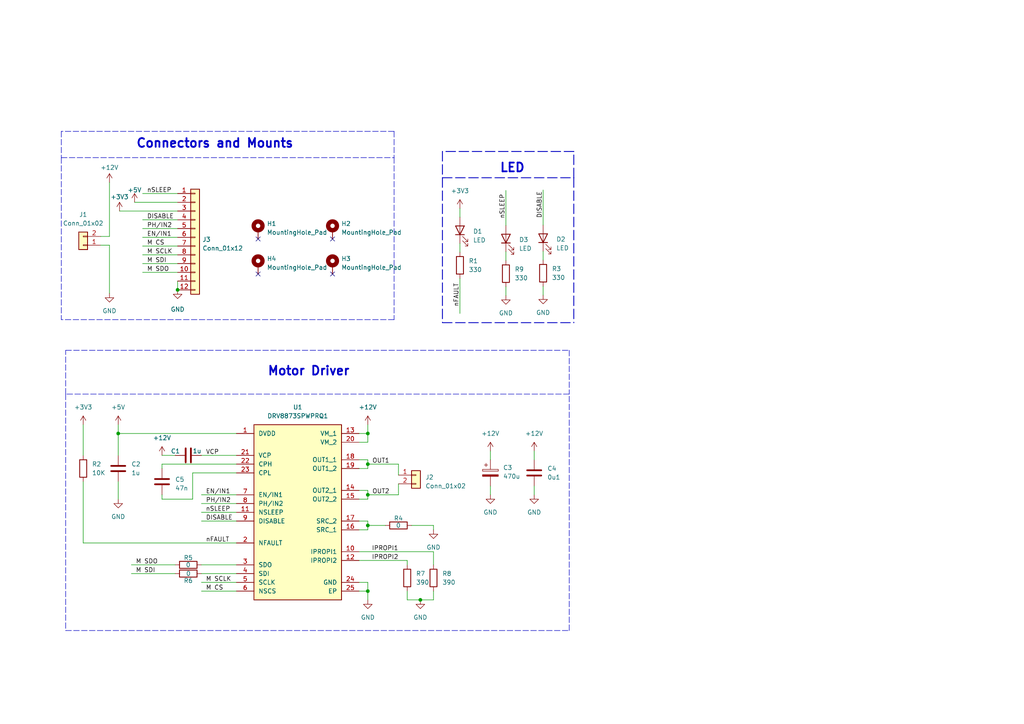
<source format=kicad_sch>
(kicad_sch (version 20230121) (generator eeschema)
  (paper "A4")
  (title_block (title "Test PCB For Sentinels Robotics") (date "2023-11-29") (rev "1") (company "Sentinels Robotics") (comment 1 "Designer:Vincent Cayadi"))
  (lib_symbols
    (symbol "Connector_Generic:Conn_01x02" (pin_names (offset 1.016) hide)
      (property "Reference" "J" (at 0 2.54 0))
      (property "Value" "Conn_01x02" (at 0 -5.08 0))
      (symbol "Conn_01x02_1_1"
        (rectangle (start -1.27 -2.413) (end 0 -2.667) (stroke (width 0.1524)))
        (rectangle (start -1.27 0.127) (end 0 -0.127) (stroke (width 0.1524)))
        (rectangle (start -1.27 1.27) (end 1.27 -3.81) (stroke (width 0.254)) (fill (type background)))
        (pin passive line (at -5.08 0 0) (length 3.81) (name "Pin_1") (number "1"))
        (pin passive line (at -5.08 -2.54 0) (length 3.81) (name "Pin_2") (number "2"))
      )
    )
    (symbol "Connector_Generic:Conn_01x12" (pin_names (offset 1.016) hide)
      (property "Reference" "J" (at 0 15.24 0))
      (property "Value" "Conn_01x12" (at 0 -17.78 0))
      (symbol "Conn_01x12_1_1"
        (rectangle (start -1.27 -15.113) (end 0 -15.367) (stroke (width 0.1524)))
        (rectangle (start -1.27 -12.573) (end 0 -12.827) (stroke (width 0.1524)))
        (rectangle (start -1.27 -10.033) (end 0 -10.287) (stroke (width 0.1524)))
        (rectangle (start -1.27 -7.493) (end 0 -7.747) (stroke (width 0.1524)))
        (rectangle (start -1.27 -4.953) (end 0 -5.207) (stroke (width 0.1524)))
        (rectangle (start -1.27 -2.413) (end 0 -2.667) (stroke (width 0.1524)))
        (rectangle (start -1.27 0.127) (end 0 -0.127) (stroke (width 0.1524)))
        (rectangle (start -1.27 2.667) (end 0 2.413) (stroke (width 0.1524)))
        (rectangle (start -1.27 5.207) (end 0 4.953) (stroke (width 0.1524)))
        (rectangle (start -1.27 7.747) (end 0 7.493) (stroke (width 0.1524)))
        (rectangle (start -1.27 10.287) (end 0 10.033) (stroke (width 0.1524)))
        (rectangle (start -1.27 12.827) (end 0 12.573) (stroke (width 0.1524)))
        (rectangle (start -1.27 13.97) (end 1.27 -16.51) (stroke (width 0.254)) (fill (type background)))
        (pin passive line (at -5.08 12.7 0) (length 3.81) (name "Pin_1") (number "1"))
        (pin passive line (at -5.08 -10.16 0) (length 3.81) (name "Pin_10") (number "10"))
        (pin passive line (at -5.08 -12.7 0) (length 3.81) (name "Pin_11") (number "11"))
        (pin passive line (at -5.08 -15.24 0) (length 3.81) (name "Pin_12") (number "12"))
        (pin passive line (at -5.08 10.16 0) (length 3.81) (name "Pin_2") (number "2"))
        (pin passive line (at -5.08 7.62 0) (length 3.81) (name "Pin_3") (number "3"))
        (pin passive line (at -5.08 5.08 0) (length 3.81) (name "Pin_4") (number "4"))
        (pin passive line (at -5.08 2.54 0) (length 3.81) (name "Pin_5") (number "5"))
        (pin passive line (at -5.08 0 0) (length 3.81) (name "Pin_6") (number "6"))
        (pin passive line (at -5.08 -2.54 0) (length 3.81) (name "Pin_7") (number "7"))
        (pin passive line (at -5.08 -5.08 0) (length 3.81) (name "Pin_8") (number "8"))
        (pin passive line (at -5.08 -7.62 0) (length 3.81) (name "Pin_9") (number "9"))
      )
    )
    (symbol "Device:C" (pin_numbers hide) (pin_names (offset 0.254))
      (property "Reference" "C" (at 0.635 2.54 0))
      (property "Value" "C" (at 0.635 -2.54 0))
      (symbol "C_0_1"
        (polyline (pts (xy -2.032 -0.762) (xy 2.032 -0.762)) (stroke (width 0.508)))
        (polyline (pts (xy -2.032 0.762) (xy 2.032 0.762)) (stroke (width 0.508)))
      )
      (symbol "C_1_1"
        (pin passive line (at 0 3.81 270) (length 2.794) (name "~") (number "1"))
        (pin passive line (at 0 -3.81 90) (length 2.794) (name "~") (number "2"))
      )
    )
    (symbol "Device:C_Polarized" (pin_numbers hide) (pin_names (offset 0.254))
      (property "Reference" "C" (at 0.635 2.54 0))
      (property "Value" "C_Polarized" (at 0.635 -2.54 0))
      (symbol "C_Polarized_0_1"
        (rectangle (start -2.286 0.508) (end 2.286 1.016))
        (polyline (pts (xy -1.778 2.286) (xy -0.762 2.286)))
        (polyline (pts (xy -1.27 2.794) (xy -1.27 1.778)))
        (rectangle (start 2.286 -0.508) (end -2.286 -1.016) (fill (type outline)))
      )
      (symbol "C_Polarized_1_1"
        (pin passive line (at 0 3.81 270) (length 2.794) (name "~") (number "1"))
        (pin passive line (at 0 -3.81 90) (length 2.794) (name "~") (number "2"))
      )
    )
    (symbol "Device:LED" (pin_numbers hide) (pin_names (offset 1.016) hide)
      (property "Reference" "D" (at 0 2.54 0))
      (property "Value" "LED" (at 0 -2.54 0))
      (symbol "LED_0_1"
        (polyline (pts (xy -1.27 -1.27) (xy -1.27 1.27)) (stroke (width 0.254)))
        (polyline (pts (xy -1.27 0) (xy 1.27 0)))
        (polyline (pts (xy 1.27 -1.27) (xy 1.27 1.27) (xy -1.27 0) (xy 1.27 -1.27)) (stroke (width 0.254)))
        (polyline (pts (xy -3.048 -0.762) (xy -4.572 -2.286) (xy -3.81 -2.286) (xy -4.572 -2.286) (xy -4.572 -1.524)))
        (polyline (pts (xy -1.778 -0.762) (xy -3.302 -2.286) (xy -2.54 -2.286) (xy -3.302 -2.286) (xy -3.302 -1.524)))
      )
      (symbol "LED_1_1"
        (pin passive line (at -3.81 0 0) (length 2.54) (name "K") (number "1"))
        (pin passive line (at 3.81 0 180) (length 2.54) (name "A") (number "2"))
      )
    )
    (symbol "Device:R" (pin_numbers hide) (pin_names (offset 0))
      (property "Reference" "R" (at 2.032 0 90))
      (property "Value" "R" (at 0 0 90))
      (symbol "R_0_1"
        (rectangle (start -1.016 -2.54) (end 1.016 2.54) (stroke (width 0.254)))
      )
      (symbol "R_1_1"
        (pin passive line (at 0 3.81 270) (length 1.27) (name "~") (number "1"))
        (pin passive line (at 0 -3.81 90) (length 1.27) (name "~") (number "2"))
      )
    )
    (symbol "Mechanical:MountingHole_Pad" (pin_numbers hide) (pin_names (offset 1.016) hide)
      (property "Reference" "H" (at 0 6.35 0))
      (property "Value" "MountingHole_Pad" (at 0 4.445 0))
      (symbol "MountingHole_Pad_0_1"
        (circle (center 0 1.27) (radius 1.27) (stroke (width 1.27)))
      )
      (symbol "MountingHole_Pad_1_1"
        (pin input line (at 0 -2.54 90) (length 2.54) (name "1") (number "1"))
      )
    )
    (symbol "power:+12V" (power) (pin_names (offset 0))
      (property "Value" "+12V" (at 0 3.556 0))
      (symbol "+12V_0_1"
        (polyline (pts (xy -0.762 1.27) (xy 0 2.54)))
        (polyline (pts (xy 0 0) (xy 0 2.54)))
        (polyline (pts (xy 0 2.54) (xy 0.762 1.27)))
      )
      (symbol "+12V_1_1"
        (pin power_in line (at 0 0 90) (length 0) hide (name "+12V") (number "1"))
      )
    )
    (symbol "power:+3V3" (power) (pin_names (offset 0))
      (property "Value" "+3V3" (at 0 3.556 0))
      (symbol "+3V3_0_1"
        (polyline (pts (xy -0.762 1.27) (xy 0 2.54)))
        (polyline (pts (xy 0 0) (xy 0 2.54)))
        (polyline (pts (xy 0 2.54) (xy 0.762 1.27)))
      )
      (symbol "+3V3_1_1"
        (pin power_in line (at 0 0 90) (length 0) hide (name "+3V3") (number "1"))
      )
    )
    (symbol "power:+5V" (power) (pin_names (offset 0))
      (property "Value" "+5V" (at 0 3.556 0))
      (symbol "+5V_0_1"
        (polyline (pts (xy -0.762 1.27) (xy 0 2.54)))
        (polyline (pts (xy 0 0) (xy 0 2.54)))
        (polyline (pts (xy 0 2.54) (xy 0.762 1.27)))
      )
      (symbol "+5V_1_1"
        (pin power_in line (at 0 0 90) (length 0) hide (name "+5V") (number "1"))
      )
    )
    (symbol "power:GND" (power) (pin_names (offset 0))
      (property "Value" "GND" (at 0 -3.81 0))
      (symbol "GND_0_1"
        (polyline (pts (xy 0 0) (xy 0 -1.27) (xy 1.27 -1.27) (xy 0 -2.54) (xy -1.27 -1.27) (xy 0 -1.27)))
      )
      (symbol "GND_1_1"
        (pin power_in line (at 0 0 270) (length 0) hide (name "GND") (number "1"))
      )
    )
    (symbol "vincent:DRV8873SPWPRQ1" (pin_names (offset 1.27))
      (property "Reference" "U?" (at 19.05 -1.27 0))
      (property "Value" "DRV8873SPWPRQ1" (at 19.05 -3.81 0))
      (symbol "DRV8873SPWPRQ1_1_1"
        (rectangle (start 6.35 -6.35) (end 31.75 -57.15) (stroke (width 0.254)) (fill (type background)))
        (pin passive line (at 1.27 -8.89 0) (length 5.08) (name "DVDD") (number "1"))
        (pin passive line (at 36.83 -43.18 180) (length 5.08) (name "IPROPI1") (number "10"))
        (pin passive line (at 1.27 -31.75 0) (length 5.08) (name "NSLEEP") (number "11"))
        (pin passive line (at 36.83 -45.72 180) (length 5.08) (name "IPROPI2") (number "12"))
        (pin passive line (at 36.83 -8.89 180) (length 5.08) (name "VM_1") (number "13"))
        (pin passive line (at 36.83 -25.4 180) (length 5.08) (name "OUT2_1") (number "14"))
        (pin passive line (at 36.83 -27.94 180) (length 5.08) (name "OUT2_2") (number "15"))
        (pin passive line (at 36.83 -36.83 180) (length 5.08) (name "SRC_1") (number "16"))
        (pin passive line (at 36.83 -34.29 180) (length 5.08) (name "SRC_2") (number "17"))
        (pin passive line (at 36.83 -16.51 180) (length 5.08) (name "OUT1_1") (number "18"))
        (pin passive line (at 36.83 -19.05 180) (length 5.08) (name "OUT1_2") (number "19"))
        (pin passive line (at 1.27 -40.64 0) (length 5.08) (name "NFAULT") (number "2"))
        (pin passive line (at 36.83 -11.43 180) (length 5.08) (name "VM_2") (number "20"))
        (pin passive line (at 1.27 -15.24 0) (length 5.08) (name "VCP") (number "21"))
        (pin passive line (at 1.27 -17.78 0) (length 5.08) (name "CPH") (number "22"))
        (pin passive line (at 1.27 -20.32 0) (length 5.08) (name "CPL") (number "23"))
        (pin passive line (at 36.83 -52.07 180) (length 5.08) (name "GND") (number "24"))
        (pin passive line (at 36.83 -54.61 180) (length 5.08) (name "EP") (number "25"))
        (pin passive line (at 1.27 -46.99 0) (length 5.08) (name "SDO") (number "3"))
        (pin passive line (at 1.27 -49.53 0) (length 5.08) (name "SDI") (number "4"))
        (pin passive line (at 1.27 -52.07 0) (length 5.08) (name "SCLK") (number "5"))
        (pin passive line (at 1.27 -54.61 0) (length 5.08) (name "NSCS") (number "6"))
        (pin passive line (at 1.27 -26.67 0) (length 5.08) (name "EN/IN1") (number "7"))
        (pin passive line (at 1.27 -29.21 0) (length 5.08) (name "PH/IN2") (number "8"))
        (pin passive line (at 1.27 -34.29 0) (length 5.08) (name "DISABLE") (number "9"))
      )
    )
  )
  (junction (at 34.29 125.73))
  (junction (at 106.68 152.4))
  (junction (at 106.68 171.45))
  (junction (at 106.68 143.51))
  (junction (at 106.68 134.62))
  (junction (at 51.5141 84.0727))
  (junction (at 121.92 173.99))
  (junction (at 106.68 125.73))
  (no_connect (at 74.8602 69.3144))
  (no_connect (at 96.4502 69.3144))
  (no_connect (at 96.4502 79.4744))
  (no_connect (at 74.8602 79.4744))
  (wire (pts (xy 133.3969 70.6027) (xy 133.3969 73.1427)))
  (wire (pts (xy 41.3541 63.7527) (xy 51.5141 63.7527)))
  (wire (pts (xy 118.11 173.99) (xy 121.92 173.99)))
  (wire (pts (xy 106.68 144.78) (xy 106.68 143.51)))
  (wire (pts (xy 38.1 163.83) (xy 50.8 163.83)))
  (wire (pts (xy 58.42 168.91) (xy 68.58 168.91)))
  (polyline (pts (xy 165.1 101.6) (xy 165.1 114.3)) (stroke (width 0) (type dash)))
  (wire (pts (xy 104.14 151.13) (xy 106.68 151.13)))
  (polyline (pts (xy 114.3 38.1) (xy 114.3 45.72)) (stroke (width 0) (type dash)))
  (wire (pts (xy 58.42 151.13) (xy 68.58 151.13)))
  (polyline (pts (xy 128.3169 51.5527) (xy 166.4169 51.5527)) (stroke (width 0.254) (type dash)))
  (wire (pts (xy 118.11 162.56) (xy 118.11 163.83)))
  (wire (pts (xy 55.88 137.16) (xy 55.88 144.78)))
  (wire (pts (xy 34.6713 61.2127) (xy 51.5141 61.2127)))
  (wire (pts (xy 58.42 166.37) (xy 68.58 166.37)))
  (polyline (pts (xy 19.05 182.88) (xy 165.1 182.88)) (stroke (width 0) (type dash)))
  (wire (pts (xy 41.3541 73.9127) (xy 51.5141 73.9127)))
  (wire (pts (xy 41.3541 76.4527) (xy 51.5141 76.4527)))
  (wire (pts (xy 104.14 128.27) (xy 106.68 128.27)))
  (wire (pts (xy 50.8 132.08) (xy 46.99 132.08)))
  (wire (pts (xy 24.13 123.19) (xy 24.13 132.08)))
  (wire (pts (xy 106.68 152.4) (xy 111.76 152.4)))
  (wire (pts (xy 58.42 163.83) (xy 68.58 163.83)))
  (wire (pts (xy 125.73 171.45) (xy 125.73 173.99)))
  (wire (pts (xy 146.7319 65.3957) (xy 146.7319 55.2357)))
  (wire (pts (xy 115.57 140.335) (xy 115.57 143.51)))
  (wire (pts (xy 106.68 134.62) (xy 106.68 133.35)))
  (polyline (pts (xy 17.78 38.1) (xy 17.78 45.72)) (stroke (width 0) (type dash)))
  (polyline (pts (xy 19.05 101.6) (xy 165.1 101.6)) (stroke (width 0) (type dash)))
  (wire (pts (xy 118.11 171.45) (xy 118.11 173.99)))
  (polyline (pts (xy 114.3 92.71) (xy 17.78 92.71)) (stroke (width 0) (type dash)))
  (wire (pts (xy 41.3541 68.8327) (xy 51.5141 68.8327)))
  (wire (pts (xy 121.92 173.99) (xy 125.73 173.99)))
  (wire (pts (xy 39.0316 58.6727) (xy 51.5141 58.6727)))
  (wire (pts (xy 106.68 143.51) (xy 115.57 143.51)))
  (wire (pts (xy 68.58 137.16) (xy 55.88 137.16)))
  (wire (pts (xy 106.68 168.91) (xy 106.68 171.45)))
  (polyline (pts (xy 166.4169 43.9327) (xy 128.3169 43.9327)) (stroke (width 0.254) (type dash)))
  (polyline (pts (xy 128.3169 93.5897) (xy 166.4169 93.5897)) (stroke (width 0.254) (type dash)))
  (wire (pts (xy 133.3969 80.7627) (xy 133.3969 90.9227)))
  (wire (pts (xy 125.73 152.4) (xy 125.73 153.67)))
  (wire (pts (xy 106.68 125.73) (xy 106.68 128.27)))
  (polyline (pts (xy 166.4169 51.5527) (xy 166.4169 43.9327)) (stroke (width 0.254) (type dash)))
  (wire (pts (xy 106.68 135.89) (xy 106.68 134.62)))
  (wire (pts (xy 142.24 143.51) (xy 142.24 140.97)))
  (wire (pts (xy 106.68 123.19) (xy 106.68 125.73)))
  (wire (pts (xy 154.94 130.81) (xy 154.94 133.35)))
  (wire (pts (xy 46.99 134.62) (xy 68.58 134.62)))
  (wire (pts (xy 46.99 135.89) (xy 46.99 134.62)))
  (wire (pts (xy 34.29 125.73) (xy 34.29 132.08)))
  (wire (pts (xy 157.5269 85.5887) (xy 157.5269 83.0487)))
  (wire (pts (xy 34.29 125.73) (xy 68.58 125.73)))
  (wire (pts (xy 115.57 134.62) (xy 115.57 137.795)))
  (wire (pts (xy 24.13 157.48) (xy 68.58 157.48)))
  (wire (pts (xy 125.73 160.02) (xy 125.73 163.83)))
  (wire (pts (xy 46.99 143.51) (xy 46.99 144.78)))
  (wire (pts (xy 41.3541 78.9927) (xy 51.5141 78.9927)))
  (polyline (pts (xy 128.3169 43.9327) (xy 128.3169 51.5527)) (stroke (width 0.254) (type dash)))
  (wire (pts (xy 29.21 68.58) (xy 31.75 68.58)))
  (wire (pts (xy 58.42 148.59) (xy 68.58 148.59)))
  (wire (pts (xy 58.42 171.45) (xy 68.58 171.45)))
  (wire (pts (xy 58.42 146.05) (xy 68.58 146.05)))
  (wire (pts (xy 104.14 133.35) (xy 106.68 133.35)))
  (wire (pts (xy 38.1 166.37) (xy 50.8 166.37)))
  (wire (pts (xy 58.42 132.08) (xy 68.58 132.08)))
  (wire (pts (xy 106.68 134.62) (xy 115.57 134.62)))
  (wire (pts (xy 104.14 168.91) (xy 106.68 168.91)))
  (wire (pts (xy 31.75 52.9111) (xy 31.75 68.58)))
  (wire (pts (xy 31.75 71.12) (xy 31.75 85.09)))
  (wire (pts (xy 104.14 125.73) (xy 106.68 125.73)))
  (wire (pts (xy 157.5269 65.2687) (xy 157.5269 55.1087)))
  (wire (pts (xy 24.13 139.7) (xy 24.13 157.48)))
  (wire (pts (xy 41.3541 71.3727) (xy 51.5141 71.3727)))
  (wire (pts (xy 104.14 135.89) (xy 106.68 135.89)))
  (polyline (pts (xy 165.1 182.88) (xy 165.1 114.3)) (stroke (width 0) (type dash)))
  (polyline (pts (xy 166.4169 51.5527) (xy 166.4169 93.5897)) (stroke (width 0.254) (type dash)))
  (wire (pts (xy 34.29 123.19) (xy 34.29 125.73)))
  (wire (pts (xy 41.3541 66.2927) (xy 51.5141 66.2927)))
  (polyline (pts (xy 17.78 45.72) (xy 114.3 45.72)) (stroke (width 0) (type dash)))
  (wire (pts (xy 29.21 71.12) (xy 31.75 71.12)))
  (wire (pts (xy 142.24 130.81) (xy 142.24 133.35)))
  (wire (pts (xy 106.68 152.4) (xy 106.68 151.13)))
  (polyline (pts (xy 114.3 38.1) (xy 17.78 38.1)) (stroke (width 0) (type dash)))
  (wire (pts (xy 106.68 153.67) (xy 106.68 152.4)))
  (wire (pts (xy 146.7319 85.7157) (xy 146.7319 83.1757)))
  (polyline (pts (xy 165.1 114.3) (xy 19.05 114.3)) (stroke (width 0) (type dash)))
  (wire (pts (xy 146.7319 73.0157) (xy 146.7319 75.5557)))
  (wire (pts (xy 34.29 139.7) (xy 34.29 144.78)))
  (polyline (pts (xy 114.3 45.72) (xy 114.3 92.71)) (stroke (width 0) (type dash)))
  (wire (pts (xy 41.3541 56.1327) (xy 51.5141 56.1327)))
  (wire (pts (xy 58.42 143.51) (xy 68.58 143.51)))
  (wire (pts (xy 157.5269 72.8887) (xy 157.5269 75.4287)))
  (polyline (pts (xy 19.05 114.3) (xy 19.05 182.88)) (stroke (width 0) (type dash)))
  (wire (pts (xy 104.14 160.02) (xy 125.73 160.02)))
  (polyline (pts (xy 128.3169 51.5527) (xy 128.3169 93.4627)) (stroke (width 0.254) (type dash)))
  (wire (pts (xy 104.14 153.67) (xy 106.68 153.67)))
  (wire (pts (xy 104.14 171.45) (xy 106.68 171.45)))
  (wire (pts (xy 119.38 152.4) (xy 125.73 152.4)))
  (wire (pts (xy 55.88 144.78) (xy 46.99 144.78)))
  (wire (pts (xy 104.14 142.24) (xy 106.68 142.24)))
  (wire (pts (xy 104.14 144.78) (xy 106.68 144.78)))
  (wire (pts (xy 106.68 171.45) (xy 106.68 173.99)))
  (wire (pts (xy 51.5141 84.0727) (xy 51.5141 81.5327)))
  (wire (pts (xy 104.14 162.56) (xy 118.11 162.56)))
  (polyline (pts (xy 19.05 114.3) (xy 19.05 101.6)) (stroke (width 0) (type dash)))
  (polyline (pts (xy 17.78 45.72) (xy 17.78 92.71)) (stroke (width 0) (type dash)))
  (wire (pts (xy 106.68 143.51) (xy 106.68 142.24)))
  (wire (pts (xy 154.94 143.51) (xy 154.94 140.97)))
  (wire (pts (xy 133.3969 60.4427) (xy 133.3969 62.9827)))
  (text "Motor Driver" (at 77.47 109.22 0) (effects (font (size 2.54 2.54) (thickness 0.508) bold) (justify left bottom)))
  (text "Connectors and Mounts" (at 39.37 43.18 0) (effects (font (size 2.54 2.54) (thickness 0.508) bold) (justify left bottom)))
  (text "LED" (at 144.8269 50.2827 0) (effects (font (size 2.54 2.54) (thickness 0.508) bold) (justify left bottom)))
  (label "nFAULT" (at 59.69 157.48 0))
  (label "M SCLK" (at 42.6241 73.9127 0))
  (label "DISABLE" (at 42.6241 63.7527 0))
  (label "DISABLE" (at 157.5269 63.2367 90))
  (label "OUT1" (at 107.95 134.62 0))
  (label "M CS" (at 59.69 171.45 0))
  (label "IPROPI1" (at 115.57 160.02 180))
  (label "PH{slash}IN2" (at 42.6241 66.2927 0))
  (label "M SDI" (at 42.6241 76.4527 0))
  (label "M SDI" (at 39.37 166.37 0))
  (label "nFAULT" (at 133.3969 82.0327 270))
  (label "IPROPI2" (at 115.57 162.56 180))
  (label "M SDO" (at 39.37 163.83 0))
  (label "OUT2" (at 107.95 143.51 0))
  (label "nSLEEP" (at 42.6241 56.1327 0))
  (label "M SCLK" (at 59.69 168.91 0))
  (label "VCP" (at 59.69 132.08 0))
  (label "nSLEEP" (at 146.7319 63.3637 90))
  (label "EN{slash}IN1" (at 42.6241 68.8327 0))
  (label "nSLEEP" (at 59.6628 148.59 0))
  (label "M SDO" (at 42.6241 78.9927 0))
  (label "M CS" (at 42.6241 71.3727 0))
  (label "DISABLE" (at 59.69 151.13 0))
  (label "EN{slash}IN1" (at 59.69 143.51 0))
  (label "PH{slash}IN2" (at 59.69 146.05 0))
  (symbol (lib_id "Mechanical:MountingHole_Pad") (at 96.4502 66.7744 0) (unit 1)
    (property "Reference" "H2" (at 98.9902 64.8694 0) (effects (justify left)))
    (property "Value" "MountingHole_Pad" (at 98.9902 67.4094 0) (effects (justify left)))
    (property "Footprint" "MountingHole:MountingHole_3.2mm_M3_Pad_Via" (effects hide))
  )
  (symbol (lib_id "power:+3V3") (at 34.6713 61.2127 0) (unit 1)
    (property "Reference" "#PWR011" (effects hide))
    (property "Value" "+3V3" (at 34.6713 57.1134 0))
  )
  (symbol (lib_id "Device:C") (at 34.29 135.89 0) (mirror y) (unit 1)
    (property "Reference" "C2" (at 38.1 134.6199 0) (effects (justify right)))
    (property "Value" "1u" (at 38.1 137.1599 0) (effects (justify right)))
    (property "Footprint" "test:cap0603" (effects hide))
    (property "LCSC" "C59782" (effects hide))
  )
  (symbol (lib_id "Device:C") (at 154.94 137.16 0) (mirror y) (unit 1)
    (property "Reference" "C4" (at 158.75 135.8899 0) (effects (justify right)))
    (property "Value" "0u1" (at 158.75 138.4299 0) (effects (justify right)))
    (property "Footprint" "test:cap0603" (effects hide))
    (property "LCSC" "C577419" (effects hide))
  )
  (symbol (lib_id "power:+12V") (at 154.94 130.81 0) (unit 1)
    (property "Reference" "#PWR08" (effects hide))
    (property "Value" "+12V" (at 154.94 125.73 0))
  )
  (symbol (lib_id "Mechanical:MountingHole_Pad") (at 74.8602 66.7744 0) (unit 1)
    (property "Reference" "H1" (at 77.4002 64.8694 0) (effects (justify left)))
    (property "Value" "MountingHole_Pad" (at 77.4002 67.4094 0) (effects (justify left)))
    (property "Footprint" "MountingHole:MountingHole_3.2mm_M3_Pad_Via" (effects hide))
  )
  (symbol (lib_id "power:+12V") (at 46.99 132.08 0) (unit 1)
    (property "Reference" "#PWR09" (effects hide))
    (property "Value" "+12V" (at 46.99 127 0))
  )
  (symbol (lib_id "Device:C") (at 46.99 139.7 0) (mirror y) (unit 1)
    (property "Reference" "C5" (at 50.8 139.065 0) (effects (justify right)))
    (property "Value" "47n" (at 50.8 141.605 0) (effects (justify right)))
    (property "Footprint" "test:cap0603" (effects hide))
    (property "LCSC" "C2762284" (effects hide))
  )
  (symbol (lib_id "power:GND") (at 146.7319 85.7157 0) (unit 1)
    (property "Reference" "#PWR020" (effects hide))
    (property "Value" "GND" (at 146.7319 90.7957 0))
  )
  (symbol (lib_id "Device:R") (at 54.61 163.83 270) (unit 1)
    (property "Reference" "R5" (at 54.6112 161.7801 90))
    (property "Value" "0" (at 54.5782 163.8337 90))
    (property "Footprint" "test:res0603" (effects hide))
  )
  (symbol (lib_id "vincent:DRV8873SPWPRQ1") (at 67.31 116.84 0) (unit 1)
    (property "Reference" "U1" (at 86.36 118.11 0))
    (property "Value" "DRV8873SPWPRQ1" (at 86.36 120.65 0))
    (property "Footprint" "test:SOP65P640X120-25N" (effects hide))
    (property "Datasheet" "http://www.ti.com/lit/gpn/drv8873-q1" (effects hide))
    (property "LCSC" "C2150662" (effects hide))
    (property "Height" "1.2" (effects hide))
    (property "Mouser Part Number" "595-DRV8873SPWPRQ1" (effects hide))
    (property "Mouser Price/Stock" "https://www.mouser.co.uk/ProductDetail/Texas-Instruments/DRV8873SPWPRQ1?qs=w%2Fv1CP2dgqqzptMVbPbEvA%3D%3D" (effects hide))
    (property "Manufacturer_Name" "Texas Instruments" (effects hide))
    (property "Manufacturer_Part_Number" "DRV8873SPWPRQ1" (effects hide))
  )
  (symbol (lib_id "Device:R") (at 133.3969 76.9527 0) (unit 1)
    (property "Reference" "R1" (at 135.9369 75.6827 0) (effects (justify left)))
    (property "Value" "330" (at 135.9369 78.2227 0) (effects (justify left)))
    (property "Footprint" "test:res0603" (effects hide))
  )
  (symbol (lib_id "power:+3V3") (at 133.3969 60.4427 0) (unit 1)
    (property "Reference" "#PWR02" (effects hide))
    (property "Value" "+3V3" (at 133.3969 55.3627 0))
  )
  (symbol (lib_id "Device:R") (at 157.5269 79.2387 0) (unit 1)
    (property "Reference" "R3" (at 160.0669 77.9687 0) (effects (justify left)))
    (property "Value" "330" (at 160.0669 80.5087 0) (effects (justify left)))
    (property "Footprint" "test:res0603" (effects hide))
  )
  (symbol (lib_id "power:GND") (at 142.24 143.51 0) (unit 1)
    (property "Reference" "#PWR012" (effects hide))
    (property "Value" "GND" (at 142.24 148.59 0))
  )
  (symbol (lib_id "Device:R") (at 146.7319 79.3657 0) (unit 1)
    (property "Reference" "R9" (at 149.2719 78.0957 0) (effects (justify left)))
    (property "Value" "330" (at 149.2719 80.6357 0) (effects (justify left)))
    (property "Footprint" "test:res0603" (effects hide))
  )
  (symbol (lib_id "Connector_Generic:Conn_01x02") (at 24.13 71.12 180) (unit 1)
    (property "Reference" "J1" (at 24.13 62.23 0))
    (property "Value" "Conn_01x02" (at 24.13 64.77 0))
    (property "Footprint" "test:AMASS_XT60-M" (effects hide))
  )
  (symbol (lib_id "power:+12V") (at 106.68 123.19 0) (unit 1)
    (property "Reference" "#PWR06" (effects hide))
    (property "Value" "+12V" (at 106.68 118.11 0))
  )
  (symbol (lib_id "Device:C_Polarized") (at 142.24 137.16 0) (unit 1)
    (property "Reference" "C3" (at 145.8993 135.636 0) (effects (justify left)))
    (property "Value" "470u" (at 145.8993 138.176 0) (effects (justify left)))
    (property "Footprint" "Capacitor_SMD:CP_Elec_10x10.5" (effects hide))
    (property "LCSC" "C259982" (effects hide))
  )
  (symbol (lib_id "Device:R") (at 54.61 166.37 90) (unit 1)
    (property "Reference" "R6" (at 54.6088 168.4199 90))
    (property "Value" "0" (at 54.6418 166.3663 90))
    (property "Footprint" "test:res0603" (effects hide))
  )
  (symbol (lib_id "power:+12V") (at 31.75 52.9111 0) (unit 1)
    (property "Reference" "#PWR01" (effects hide))
    (property "Value" "+12V" (at 31.75 48.5918 0))
  )
  (symbol (lib_id "power:GND") (at 121.92 173.99 0) (unit 1)
    (property "Reference" "#PWR019" (effects hide))
    (property "Value" "GND" (at 121.92 179.07 0))
  )
  (symbol (lib_id "power:+5V") (at 34.29 123.19 0) (unit 1)
    (property "Reference" "#PWR05" (effects hide))
    (property "Value" "+5V" (at 34.29 118.11 0))
  )
  (symbol (lib_id "Device:R") (at 125.73 167.64 0) (unit 1)
    (property "Reference" "R8" (at 128.27 166.3699 0) (effects (justify left)))
    (property "Value" "390" (at 128.27 168.9099 0) (effects (justify left)))
    (property "Footprint" "test:res0603" (effects hide))
  )
  (symbol (lib_id "power:GND") (at 51.5141 84.0727 0) (unit 1)
    (property "Reference" "#PWR017" (effects hide))
    (property "Value" "GND" (at 51.5141 89.7379 0))
  )
  (symbol (lib_id "Mechanical:MountingHole_Pad") (at 74.8602 76.9344 0) (unit 1)
    (property "Reference" "H4" (at 77.4002 75.0294 0) (effects (justify left)))
    (property "Value" "MountingHole_Pad" (at 77.4002 77.5694 0) (effects (justify left)))
    (property "Footprint" "MountingHole:MountingHole_3.2mm_M3_Pad_Via" (effects hide))
  )
  (symbol (lib_id "power:GND") (at 106.68 173.99 0) (unit 1)
    (property "Reference" "#PWR018" (effects hide))
    (property "Value" "GND" (at 106.68 179.07 0))
  )
  (symbol (lib_id "power:+5V") (at 39.0316 58.6727 0) (unit 1)
    (property "Reference" "#PWR010" (effects hide))
    (property "Value" "+5V" (at 39.0316 55.114 0))
  )
  (symbol (lib_id "Device:R") (at 115.57 152.4 270) (unit 1)
    (property "Reference" "R4" (at 115.5712 150.3501 90))
    (property "Value" "0" (at 115.5382 152.4037 90))
    (property "Footprint" "test:res0603" (effects hide))
  )
  (symbol (lib_id "Device:R") (at 118.11 167.64 0) (unit 1)
    (property "Reference" "R7" (at 120.65 166.3699 0) (effects (justify left)))
    (property "Value" "390" (at 120.65 168.9099 0) (effects (justify left)))
    (property "Footprint" "test:res0603" (effects hide))
  )
  (symbol (lib_id "Connector_Generic:Conn_01x02") (at 120.65 137.795 0) (unit 1)
    (property "Reference" "J2" (at 123.3831 138.43 0) (effects (justify left)))
    (property "Value" "Conn_01x02" (at 123.3831 140.97 0) (effects (justify left)))
    (property "Footprint" "test:AMASS_XT30-F" (effects hide))
  )
  (symbol (lib_id "power:GND") (at 154.94 143.51 0) (unit 1)
    (property "Reference" "#PWR013" (effects hide))
    (property "Value" "GND" (at 154.94 148.59 0))
  )
  (symbol (lib_id "power:GND") (at 157.5269 85.5887 0) (unit 1)
    (property "Reference" "#PWR015" (effects hide))
    (property "Value" "GND" (at 157.5269 90.6687 0))
  )
  (symbol (lib_id "Mechanical:MountingHole_Pad") (at 96.4502 76.9344 0) (unit 1)
    (property "Reference" "H3" (at 98.9902 75.0294 0) (effects (justify left)))
    (property "Value" "MountingHole_Pad" (at 98.9902 77.5694 0) (effects (justify left)))
    (property "Footprint" "MountingHole:MountingHole_3.2mm_M3_Pad_Via" (effects hide))
  )
  (symbol (lib_id "Device:C") (at 54.61 132.08 90) (unit 1)
    (property "Reference" "C1" (at 50.8944 130.858 90))
    (property "Value" "1u" (at 57.15 130.81 90))
    (property "Footprint" "test:cap0603" (effects hide))
    (property "LCSC" "C59782" (effects hide))
  )
  (symbol (lib_id "power:GND") (at 31.75 85.09 0) (unit 1)
    (property "Reference" "#PWR03" (effects hide))
    (property "Value" "GND" (at 31.75 90.17 0))
  )
  (symbol (lib_id "Device:R") (at 24.13 135.89 0) (unit 1)
    (property "Reference" "R2" (at 26.67 134.6199 0) (effects (justify left)))
    (property "Value" "10K" (at 26.67 137.1599 0) (effects (justify left)))
    (property "Footprint" "test:res0603" (effects hide))
  )
  (symbol (lib_id "power:GND") (at 34.29 144.78 0) (unit 1)
    (property "Reference" "#PWR014" (effects hide))
    (property "Value" "GND" (at 34.29 149.86 0))
  )
  (symbol (lib_id "Device:LED") (at 133.3969 66.7927 90) (unit 1)
    (property "Reference" "D1" (at 137.2069 67.1102 90) (effects (justify right)))
    (property "Value" "LED" (at 137.2069 69.6502 90) (effects (justify right)))
    (property "Footprint" "test:led0603" (effects hide))
  )
  (symbol (lib_id "power:+3V3") (at 24.13 123.19 0) (unit 1)
    (property "Reference" "#PWR04" (effects hide))
    (property "Value" "+3V3" (at 24.13 118.11 0))
  )
  (symbol (lib_id "Device:LED") (at 146.7319 69.2057 90) (unit 1)
    (property "Reference" "D3" (at 150.5419 69.5232 90) (effects (justify right)))
    (property "Value" "LED" (at 150.5419 72.0632 90) (effects (justify right)))
    (property "Footprint" "test:led0603" (effects hide))
  )
  (symbol (lib_id "power:+12V") (at 142.24 130.81 0) (unit 1)
    (property "Reference" "#PWR07" (effects hide))
    (property "Value" "+12V" (at 142.24 125.73 0))
  )
  (symbol (lib_id "Device:LED") (at 157.5269 69.0787 90) (unit 1)
    (property "Reference" "D2" (at 161.3369 69.3962 90) (effects (justify right)))
    (property "Value" "LED" (at 161.3369 71.9362 90) (effects (justify right)))
    (property "Footprint" "test:led0603" (effects hide))
  )
  (symbol (lib_id "Connector_Generic:Conn_01x12") (at 56.5941 68.8327 0) (unit 1)
    (property "Reference" "J3" (at 58.7157 69.4677 0) (effects (justify left)))
    (property "Value" "Conn_01x12" (at 58.7157 72.0077 0) (effects (justify left)))
    (property "Footprint" "Connector_PinSocket_2.54mm:PinSocket_1x12_P2.54mm_Vertical" (effects hide))
  )
  (symbol (lib_id "power:GND") (at 125.73 153.67 0) (unit 1)
    (property "Reference" "#PWR016" (effects hide))
    (property "Value" "GND" (at 125.73 158.75 0))
  )
)
</source>
